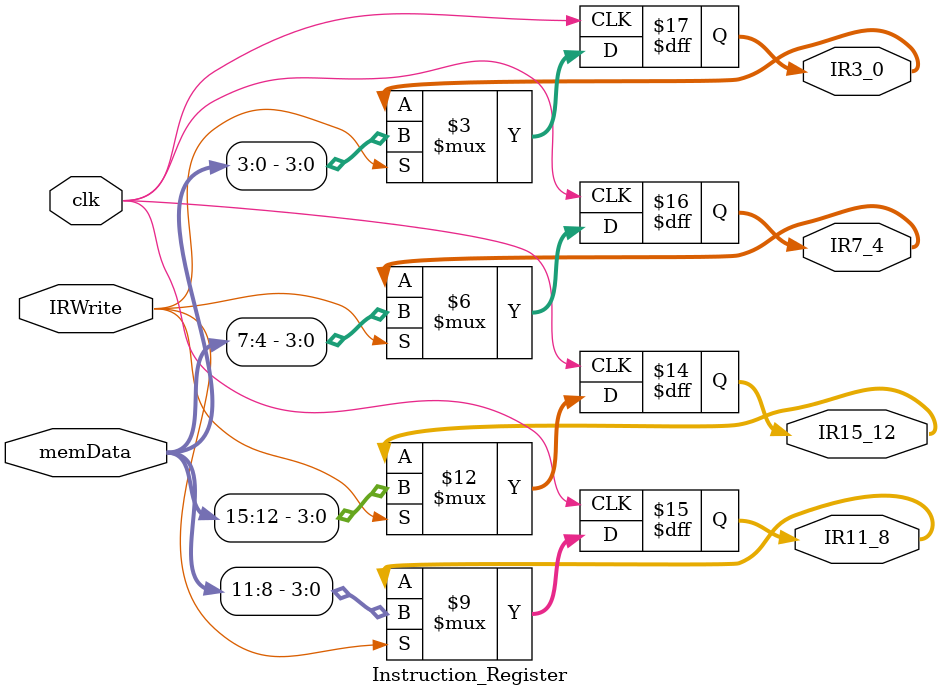
<source format=v>
`timescale 1ns / 1ps
module Instruction_Register(memData, IR15_12, IR11_8, IR7_4, IR3_0, IRWrite, clk);
	 input [15:0] memData;
    output reg [3:0] IR15_12;
    output reg [3:0] IR11_8;
    output reg [3:0] IR7_4;
    output reg [3:0] IR3_0;
    input IRWrite;
	 input clk;
	 
	 always@(posedge clk)
		begin
			if (IRWrite)
				begin
					IR15_12 = memData[15:12];
					IR11_8 = memData[11:8];
					IR7_4 = memData[7:4];
					IR3_0 = memData[3:0];
				end
		end
	
endmodule

</source>
